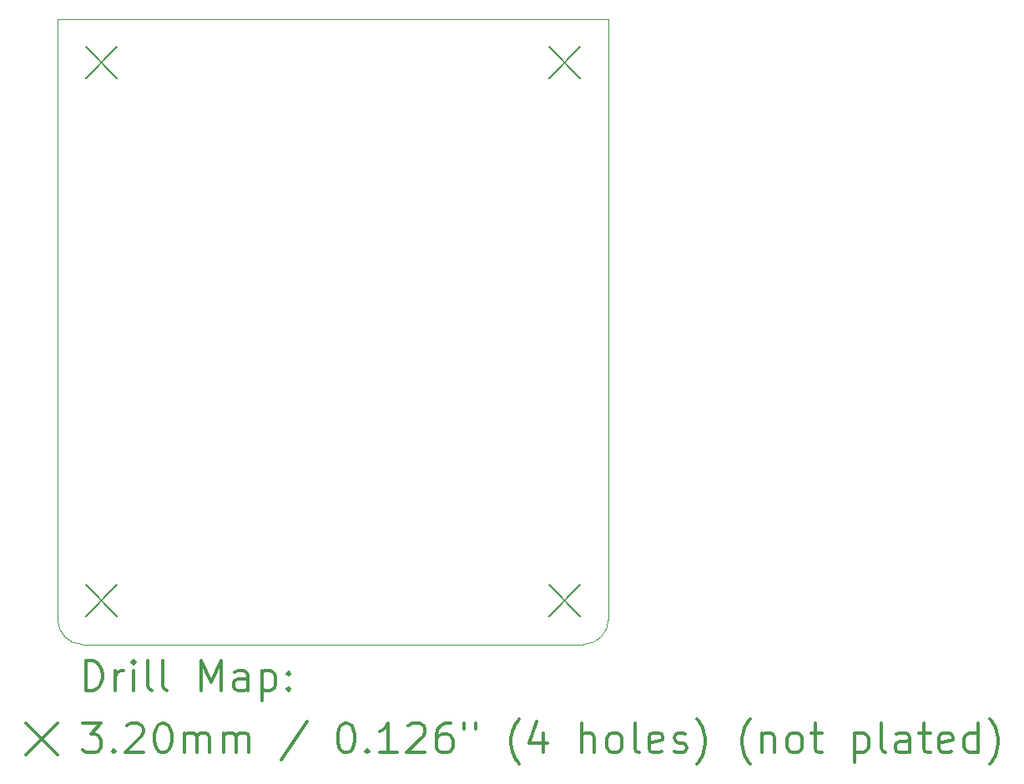
<source format=gbr>
%FSLAX45Y45*%
G04 Gerber Fmt 4.5, Leading zero omitted, Abs format (unit mm)*
G04 Created by KiCad (PCBNEW 5.1.6-c6e7f7d~87~ubuntu20.04.1) date 2020-09-09 20:44:35*
%MOMM*%
%LPD*%
G01*
G04 APERTURE LIST*
%TA.AperFunction,Profile*%
%ADD10C,0.050000*%
%TD*%
%ADD11C,0.200000*%
%ADD12C,0.300000*%
G04 APERTURE END LIST*
D10*
X18224500Y-10541000D02*
X18224500Y-4445000D01*
X12890500Y-10795000D02*
G75*
G02*
X12636500Y-10541000I0J254000D01*
G01*
X18224500Y-10541000D02*
G75*
G02*
X17970500Y-10795000I-254000J0D01*
G01*
X12636500Y-10541000D02*
X12636500Y-4445000D01*
X17970500Y-10795000D02*
X12890500Y-10795000D01*
X12636500Y-4445000D02*
X18224500Y-4445000D01*
D11*
X17620000Y-10190500D02*
X17940000Y-10510500D01*
X17940000Y-10190500D02*
X17620000Y-10510500D01*
X17620000Y-4729500D02*
X17940000Y-5049500D01*
X17940000Y-4729500D02*
X17620000Y-5049500D01*
X12921000Y-4729500D02*
X13241000Y-5049500D01*
X13241000Y-4729500D02*
X12921000Y-5049500D01*
X12921000Y-10190500D02*
X13241000Y-10510500D01*
X13241000Y-10190500D02*
X12921000Y-10510500D01*
D12*
X12920428Y-11263214D02*
X12920428Y-10963214D01*
X12991857Y-10963214D01*
X13034714Y-10977500D01*
X13063286Y-11006072D01*
X13077571Y-11034643D01*
X13091857Y-11091786D01*
X13091857Y-11134643D01*
X13077571Y-11191786D01*
X13063286Y-11220357D01*
X13034714Y-11248929D01*
X12991857Y-11263214D01*
X12920428Y-11263214D01*
X13220428Y-11263214D02*
X13220428Y-11063214D01*
X13220428Y-11120357D02*
X13234714Y-11091786D01*
X13249000Y-11077500D01*
X13277571Y-11063214D01*
X13306143Y-11063214D01*
X13406143Y-11263214D02*
X13406143Y-11063214D01*
X13406143Y-10963214D02*
X13391857Y-10977500D01*
X13406143Y-10991786D01*
X13420428Y-10977500D01*
X13406143Y-10963214D01*
X13406143Y-10991786D01*
X13591857Y-11263214D02*
X13563286Y-11248929D01*
X13549000Y-11220357D01*
X13549000Y-10963214D01*
X13749000Y-11263214D02*
X13720428Y-11248929D01*
X13706143Y-11220357D01*
X13706143Y-10963214D01*
X14091857Y-11263214D02*
X14091857Y-10963214D01*
X14191857Y-11177500D01*
X14291857Y-10963214D01*
X14291857Y-11263214D01*
X14563286Y-11263214D02*
X14563286Y-11106072D01*
X14549000Y-11077500D01*
X14520428Y-11063214D01*
X14463286Y-11063214D01*
X14434714Y-11077500D01*
X14563286Y-11248929D02*
X14534714Y-11263214D01*
X14463286Y-11263214D01*
X14434714Y-11248929D01*
X14420428Y-11220357D01*
X14420428Y-11191786D01*
X14434714Y-11163214D01*
X14463286Y-11148929D01*
X14534714Y-11148929D01*
X14563286Y-11134643D01*
X14706143Y-11063214D02*
X14706143Y-11363214D01*
X14706143Y-11077500D02*
X14734714Y-11063214D01*
X14791857Y-11063214D01*
X14820428Y-11077500D01*
X14834714Y-11091786D01*
X14849000Y-11120357D01*
X14849000Y-11206071D01*
X14834714Y-11234643D01*
X14820428Y-11248929D01*
X14791857Y-11263214D01*
X14734714Y-11263214D01*
X14706143Y-11248929D01*
X14977571Y-11234643D02*
X14991857Y-11248929D01*
X14977571Y-11263214D01*
X14963286Y-11248929D01*
X14977571Y-11234643D01*
X14977571Y-11263214D01*
X14977571Y-11077500D02*
X14991857Y-11091786D01*
X14977571Y-11106072D01*
X14963286Y-11091786D01*
X14977571Y-11077500D01*
X14977571Y-11106072D01*
X12314000Y-11597500D02*
X12634000Y-11917500D01*
X12634000Y-11597500D02*
X12314000Y-11917500D01*
X12891857Y-11593214D02*
X13077571Y-11593214D01*
X12977571Y-11707500D01*
X13020428Y-11707500D01*
X13049000Y-11721786D01*
X13063286Y-11736071D01*
X13077571Y-11764643D01*
X13077571Y-11836071D01*
X13063286Y-11864643D01*
X13049000Y-11878929D01*
X13020428Y-11893214D01*
X12934714Y-11893214D01*
X12906143Y-11878929D01*
X12891857Y-11864643D01*
X13206143Y-11864643D02*
X13220428Y-11878929D01*
X13206143Y-11893214D01*
X13191857Y-11878929D01*
X13206143Y-11864643D01*
X13206143Y-11893214D01*
X13334714Y-11621786D02*
X13349000Y-11607500D01*
X13377571Y-11593214D01*
X13449000Y-11593214D01*
X13477571Y-11607500D01*
X13491857Y-11621786D01*
X13506143Y-11650357D01*
X13506143Y-11678929D01*
X13491857Y-11721786D01*
X13320428Y-11893214D01*
X13506143Y-11893214D01*
X13691857Y-11593214D02*
X13720428Y-11593214D01*
X13749000Y-11607500D01*
X13763286Y-11621786D01*
X13777571Y-11650357D01*
X13791857Y-11707500D01*
X13791857Y-11778929D01*
X13777571Y-11836071D01*
X13763286Y-11864643D01*
X13749000Y-11878929D01*
X13720428Y-11893214D01*
X13691857Y-11893214D01*
X13663286Y-11878929D01*
X13649000Y-11864643D01*
X13634714Y-11836071D01*
X13620428Y-11778929D01*
X13620428Y-11707500D01*
X13634714Y-11650357D01*
X13649000Y-11621786D01*
X13663286Y-11607500D01*
X13691857Y-11593214D01*
X13920428Y-11893214D02*
X13920428Y-11693214D01*
X13920428Y-11721786D02*
X13934714Y-11707500D01*
X13963286Y-11693214D01*
X14006143Y-11693214D01*
X14034714Y-11707500D01*
X14049000Y-11736071D01*
X14049000Y-11893214D01*
X14049000Y-11736071D02*
X14063286Y-11707500D01*
X14091857Y-11693214D01*
X14134714Y-11693214D01*
X14163286Y-11707500D01*
X14177571Y-11736071D01*
X14177571Y-11893214D01*
X14320428Y-11893214D02*
X14320428Y-11693214D01*
X14320428Y-11721786D02*
X14334714Y-11707500D01*
X14363286Y-11693214D01*
X14406143Y-11693214D01*
X14434714Y-11707500D01*
X14449000Y-11736071D01*
X14449000Y-11893214D01*
X14449000Y-11736071D02*
X14463286Y-11707500D01*
X14491857Y-11693214D01*
X14534714Y-11693214D01*
X14563286Y-11707500D01*
X14577571Y-11736071D01*
X14577571Y-11893214D01*
X15163286Y-11578929D02*
X14906143Y-11964643D01*
X15549000Y-11593214D02*
X15577571Y-11593214D01*
X15606143Y-11607500D01*
X15620428Y-11621786D01*
X15634714Y-11650357D01*
X15649000Y-11707500D01*
X15649000Y-11778929D01*
X15634714Y-11836071D01*
X15620428Y-11864643D01*
X15606143Y-11878929D01*
X15577571Y-11893214D01*
X15549000Y-11893214D01*
X15520428Y-11878929D01*
X15506143Y-11864643D01*
X15491857Y-11836071D01*
X15477571Y-11778929D01*
X15477571Y-11707500D01*
X15491857Y-11650357D01*
X15506143Y-11621786D01*
X15520428Y-11607500D01*
X15549000Y-11593214D01*
X15777571Y-11864643D02*
X15791857Y-11878929D01*
X15777571Y-11893214D01*
X15763286Y-11878929D01*
X15777571Y-11864643D01*
X15777571Y-11893214D01*
X16077571Y-11893214D02*
X15906143Y-11893214D01*
X15991857Y-11893214D02*
X15991857Y-11593214D01*
X15963286Y-11636071D01*
X15934714Y-11664643D01*
X15906143Y-11678929D01*
X16191857Y-11621786D02*
X16206143Y-11607500D01*
X16234714Y-11593214D01*
X16306143Y-11593214D01*
X16334714Y-11607500D01*
X16349000Y-11621786D01*
X16363286Y-11650357D01*
X16363286Y-11678929D01*
X16349000Y-11721786D01*
X16177571Y-11893214D01*
X16363286Y-11893214D01*
X16620428Y-11593214D02*
X16563286Y-11593214D01*
X16534714Y-11607500D01*
X16520428Y-11621786D01*
X16491857Y-11664643D01*
X16477571Y-11721786D01*
X16477571Y-11836071D01*
X16491857Y-11864643D01*
X16506143Y-11878929D01*
X16534714Y-11893214D01*
X16591857Y-11893214D01*
X16620428Y-11878929D01*
X16634714Y-11864643D01*
X16649000Y-11836071D01*
X16649000Y-11764643D01*
X16634714Y-11736071D01*
X16620428Y-11721786D01*
X16591857Y-11707500D01*
X16534714Y-11707500D01*
X16506143Y-11721786D01*
X16491857Y-11736071D01*
X16477571Y-11764643D01*
X16763286Y-11593214D02*
X16763286Y-11650357D01*
X16877571Y-11593214D02*
X16877571Y-11650357D01*
X17320428Y-12007500D02*
X17306143Y-11993214D01*
X17277571Y-11950357D01*
X17263286Y-11921786D01*
X17249000Y-11878929D01*
X17234714Y-11807500D01*
X17234714Y-11750357D01*
X17249000Y-11678929D01*
X17263286Y-11636071D01*
X17277571Y-11607500D01*
X17306143Y-11564643D01*
X17320428Y-11550357D01*
X17563286Y-11693214D02*
X17563286Y-11893214D01*
X17491857Y-11578929D02*
X17420428Y-11793214D01*
X17606143Y-11793214D01*
X17949000Y-11893214D02*
X17949000Y-11593214D01*
X18077571Y-11893214D02*
X18077571Y-11736071D01*
X18063286Y-11707500D01*
X18034714Y-11693214D01*
X17991857Y-11693214D01*
X17963286Y-11707500D01*
X17949000Y-11721786D01*
X18263286Y-11893214D02*
X18234714Y-11878929D01*
X18220428Y-11864643D01*
X18206143Y-11836071D01*
X18206143Y-11750357D01*
X18220428Y-11721786D01*
X18234714Y-11707500D01*
X18263286Y-11693214D01*
X18306143Y-11693214D01*
X18334714Y-11707500D01*
X18349000Y-11721786D01*
X18363286Y-11750357D01*
X18363286Y-11836071D01*
X18349000Y-11864643D01*
X18334714Y-11878929D01*
X18306143Y-11893214D01*
X18263286Y-11893214D01*
X18534714Y-11893214D02*
X18506143Y-11878929D01*
X18491857Y-11850357D01*
X18491857Y-11593214D01*
X18763286Y-11878929D02*
X18734714Y-11893214D01*
X18677571Y-11893214D01*
X18649000Y-11878929D01*
X18634714Y-11850357D01*
X18634714Y-11736071D01*
X18649000Y-11707500D01*
X18677571Y-11693214D01*
X18734714Y-11693214D01*
X18763286Y-11707500D01*
X18777571Y-11736071D01*
X18777571Y-11764643D01*
X18634714Y-11793214D01*
X18891857Y-11878929D02*
X18920428Y-11893214D01*
X18977571Y-11893214D01*
X19006143Y-11878929D01*
X19020428Y-11850357D01*
X19020428Y-11836071D01*
X19006143Y-11807500D01*
X18977571Y-11793214D01*
X18934714Y-11793214D01*
X18906143Y-11778929D01*
X18891857Y-11750357D01*
X18891857Y-11736071D01*
X18906143Y-11707500D01*
X18934714Y-11693214D01*
X18977571Y-11693214D01*
X19006143Y-11707500D01*
X19120428Y-12007500D02*
X19134714Y-11993214D01*
X19163286Y-11950357D01*
X19177571Y-11921786D01*
X19191857Y-11878929D01*
X19206143Y-11807500D01*
X19206143Y-11750357D01*
X19191857Y-11678929D01*
X19177571Y-11636071D01*
X19163286Y-11607500D01*
X19134714Y-11564643D01*
X19120428Y-11550357D01*
X19663286Y-12007500D02*
X19649000Y-11993214D01*
X19620428Y-11950357D01*
X19606143Y-11921786D01*
X19591857Y-11878929D01*
X19577571Y-11807500D01*
X19577571Y-11750357D01*
X19591857Y-11678929D01*
X19606143Y-11636071D01*
X19620428Y-11607500D01*
X19649000Y-11564643D01*
X19663286Y-11550357D01*
X19777571Y-11693214D02*
X19777571Y-11893214D01*
X19777571Y-11721786D02*
X19791857Y-11707500D01*
X19820428Y-11693214D01*
X19863286Y-11693214D01*
X19891857Y-11707500D01*
X19906143Y-11736071D01*
X19906143Y-11893214D01*
X20091857Y-11893214D02*
X20063286Y-11878929D01*
X20049000Y-11864643D01*
X20034714Y-11836071D01*
X20034714Y-11750357D01*
X20049000Y-11721786D01*
X20063286Y-11707500D01*
X20091857Y-11693214D01*
X20134714Y-11693214D01*
X20163286Y-11707500D01*
X20177571Y-11721786D01*
X20191857Y-11750357D01*
X20191857Y-11836071D01*
X20177571Y-11864643D01*
X20163286Y-11878929D01*
X20134714Y-11893214D01*
X20091857Y-11893214D01*
X20277571Y-11693214D02*
X20391857Y-11693214D01*
X20320428Y-11593214D02*
X20320428Y-11850357D01*
X20334714Y-11878929D01*
X20363286Y-11893214D01*
X20391857Y-11893214D01*
X20720428Y-11693214D02*
X20720428Y-11993214D01*
X20720428Y-11707500D02*
X20749000Y-11693214D01*
X20806143Y-11693214D01*
X20834714Y-11707500D01*
X20849000Y-11721786D01*
X20863286Y-11750357D01*
X20863286Y-11836071D01*
X20849000Y-11864643D01*
X20834714Y-11878929D01*
X20806143Y-11893214D01*
X20749000Y-11893214D01*
X20720428Y-11878929D01*
X21034714Y-11893214D02*
X21006143Y-11878929D01*
X20991857Y-11850357D01*
X20991857Y-11593214D01*
X21277571Y-11893214D02*
X21277571Y-11736071D01*
X21263286Y-11707500D01*
X21234714Y-11693214D01*
X21177571Y-11693214D01*
X21149000Y-11707500D01*
X21277571Y-11878929D02*
X21249000Y-11893214D01*
X21177571Y-11893214D01*
X21149000Y-11878929D01*
X21134714Y-11850357D01*
X21134714Y-11821786D01*
X21149000Y-11793214D01*
X21177571Y-11778929D01*
X21249000Y-11778929D01*
X21277571Y-11764643D01*
X21377571Y-11693214D02*
X21491857Y-11693214D01*
X21420428Y-11593214D02*
X21420428Y-11850357D01*
X21434714Y-11878929D01*
X21463286Y-11893214D01*
X21491857Y-11893214D01*
X21706143Y-11878929D02*
X21677571Y-11893214D01*
X21620428Y-11893214D01*
X21591857Y-11878929D01*
X21577571Y-11850357D01*
X21577571Y-11736071D01*
X21591857Y-11707500D01*
X21620428Y-11693214D01*
X21677571Y-11693214D01*
X21706143Y-11707500D01*
X21720428Y-11736071D01*
X21720428Y-11764643D01*
X21577571Y-11793214D01*
X21977571Y-11893214D02*
X21977571Y-11593214D01*
X21977571Y-11878929D02*
X21949000Y-11893214D01*
X21891857Y-11893214D01*
X21863286Y-11878929D01*
X21849000Y-11864643D01*
X21834714Y-11836071D01*
X21834714Y-11750357D01*
X21849000Y-11721786D01*
X21863286Y-11707500D01*
X21891857Y-11693214D01*
X21949000Y-11693214D01*
X21977571Y-11707500D01*
X22091857Y-12007500D02*
X22106143Y-11993214D01*
X22134714Y-11950357D01*
X22149000Y-11921786D01*
X22163286Y-11878929D01*
X22177571Y-11807500D01*
X22177571Y-11750357D01*
X22163286Y-11678929D01*
X22149000Y-11636071D01*
X22134714Y-11607500D01*
X22106143Y-11564643D01*
X22091857Y-11550357D01*
M02*

</source>
